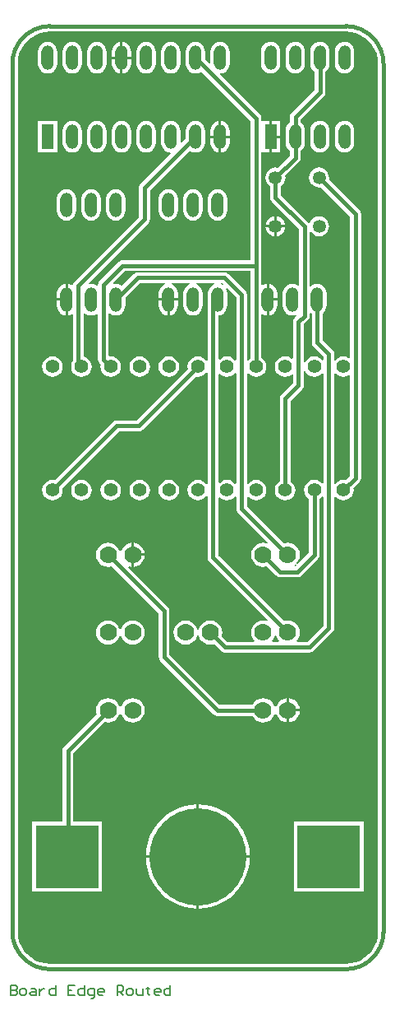
<source format=gbl>
%FSLAX25Y25*%
%MOIN*%
G70*
G01*
G75*
G04 Layer_Physical_Order=2*
G04 Layer_Color=16711680*
%ADD10C,0.06000*%
%ADD11C,0.01575*%
%ADD12C,0.00787*%
%ADD13C,0.05315*%
%ADD14C,0.05512*%
%ADD15O,0.05000X0.10000*%
%ADD16R,0.05000X0.10000*%
%ADD17C,0.07000*%
%ADD18R,0.25590X0.25590*%
%ADD19C,0.39370*%
G36*
X138213Y380326D02*
X140217Y379844D01*
X142122Y379056D01*
X143879Y377978D01*
X145447Y376640D01*
X146785Y375072D01*
X147863Y373315D01*
X148651Y371410D01*
X149133Y369406D01*
X149285Y367469D01*
X149261Y367351D01*
X149261Y16034D01*
X149281Y15933D01*
X149133Y14044D01*
X148651Y12039D01*
X147863Y10135D01*
X146785Y8377D01*
X145447Y6810D01*
X143879Y5471D01*
X142122Y4394D01*
X140217Y3605D01*
X138213Y3124D01*
X136276Y2972D01*
X136158Y2995D01*
X16077Y2995D01*
X15965Y2973D01*
X14044Y3124D01*
X12039Y3605D01*
X10135Y4394D01*
X8377Y5471D01*
X6810Y6810D01*
X5471Y8377D01*
X4394Y10135D01*
X3605Y12039D01*
X3124Y14044D01*
X2975Y15936D01*
X2995Y16037D01*
X2997Y367350D01*
D01*
Y367350D01*
D01*
X2973Y367468D01*
X3126Y369405D01*
X3607Y371409D01*
X4396Y373313D01*
X5473Y375071D01*
X6812Y376639D01*
X8379Y377977D01*
X10137Y379054D01*
X12041Y379843D01*
X14046Y380324D01*
X15982Y380477D01*
X16101Y380453D01*
D01*
X16101D01*
X16101D01*
X136158Y380454D01*
X136276Y380478D01*
X138213Y380326D01*
D02*
G37*
%LPC*%
G36*
X22311Y271441D02*
X18900D01*
Y269441D01*
X19033Y268429D01*
X19424Y267486D01*
X20045Y266676D01*
X20856Y266054D01*
X21799Y265663D01*
X22311Y265596D01*
Y271441D01*
D02*
G37*
G36*
X63650D02*
X60238D01*
Y269441D01*
X60372Y268429D01*
X60763Y267486D01*
X61384Y266676D01*
X62194Y266054D01*
X63138Y265663D01*
X63650Y265596D01*
Y271441D01*
D02*
G37*
G36*
X68061D02*
X64650D01*
Y265596D01*
X65162Y265663D01*
X66106Y266054D01*
X66916Y266676D01*
X67537Y267486D01*
X67928Y268429D01*
X68061Y269441D01*
Y271441D01*
D02*
G37*
G36*
X17063Y248945D02*
X15984Y248803D01*
X14979Y248387D01*
X14115Y247724D01*
X13453Y246861D01*
X13036Y245855D01*
X12894Y244776D01*
X13036Y243697D01*
X13453Y242691D01*
X14115Y241828D01*
X14979Y241165D01*
X15984Y240749D01*
X17063Y240606D01*
X18143Y240749D01*
X19148Y241165D01*
X20012Y241828D01*
X20674Y242691D01*
X21091Y243697D01*
X21233Y244776D01*
X21091Y245855D01*
X20674Y246861D01*
X20012Y247724D01*
X19148Y248387D01*
X18143Y248803D01*
X17063Y248945D01*
D02*
G37*
G36*
X28874Y198945D02*
X27795Y198803D01*
X26790Y198387D01*
X25926Y197724D01*
X25263Y196861D01*
X24847Y195855D01*
X24705Y194776D01*
X24847Y193697D01*
X25263Y192691D01*
X25926Y191828D01*
X26790Y191165D01*
X27795Y190749D01*
X28874Y190606D01*
X29953Y190749D01*
X30959Y191165D01*
X31823Y191828D01*
X32485Y192691D01*
X32902Y193697D01*
X33044Y194776D01*
X32902Y195855D01*
X32485Y196861D01*
X31823Y197724D01*
X30959Y198387D01*
X29953Y198803D01*
X28874Y198945D01*
D02*
G37*
G36*
X52496Y248945D02*
X51417Y248803D01*
X50412Y248387D01*
X49548Y247724D01*
X48886Y246861D01*
X48469Y245855D01*
X48327Y244776D01*
X48469Y243697D01*
X48886Y242691D01*
X49548Y241828D01*
X50412Y241165D01*
X51417Y240748D01*
X52496Y240606D01*
X53576Y240748D01*
X54581Y241165D01*
X55445Y241828D01*
X56107Y242691D01*
X56524Y243697D01*
X56666Y244776D01*
X56524Y245855D01*
X56107Y246861D01*
X55445Y247724D01*
X54581Y248387D01*
X53576Y248803D01*
X52496Y248945D01*
D02*
G37*
G36*
X64307D02*
X63228Y248803D01*
X62223Y248387D01*
X61359Y247724D01*
X60697Y246861D01*
X60280Y245855D01*
X60138Y244776D01*
X60280Y243697D01*
X60697Y242691D01*
X61359Y241828D01*
X62223Y241165D01*
X63228Y240748D01*
X64307Y240606D01*
X65387Y240748D01*
X66392Y241165D01*
X67256Y241828D01*
X67918Y242691D01*
X68335Y243697D01*
X68477Y244776D01*
X68335Y245855D01*
X67918Y246861D01*
X67256Y247724D01*
X66392Y248387D01*
X65387Y248803D01*
X64307Y248945D01*
D02*
G37*
G36*
X108416Y271441D02*
X105004D01*
Y265596D01*
X105517Y265663D01*
X106460Y266054D01*
X107270Y266676D01*
X107892Y267486D01*
X108282Y268429D01*
X108416Y269441D01*
Y271441D01*
D02*
G37*
G36*
X107115Y305670D02*
X106561Y305597D01*
X105579Y305191D01*
X104736Y304544D01*
X104089Y303701D01*
X103683Y302719D01*
X103610Y302166D01*
X107115D01*
Y305670D01*
D02*
G37*
G36*
X108115D02*
Y302166D01*
X111619D01*
X111546Y302719D01*
X111139Y303701D01*
X110493Y304544D01*
X109650Y305191D01*
X108668Y305597D01*
X108115Y305670D01*
D02*
G37*
G36*
X64150Y316739D02*
X63138Y316605D01*
X62194Y316214D01*
X61384Y315593D01*
X60763Y314783D01*
X60372Y313840D01*
X60238Y312827D01*
Y307827D01*
X60372Y306815D01*
X60763Y305871D01*
X61384Y305061D01*
X62194Y304440D01*
X63138Y304049D01*
X64150Y303916D01*
X65162Y304049D01*
X66106Y304440D01*
X66916Y305061D01*
X67537Y305871D01*
X67928Y306815D01*
X68061Y307827D01*
Y312827D01*
X67928Y313840D01*
X67537Y314783D01*
X66916Y315593D01*
X66106Y316214D01*
X65162Y316605D01*
X64150Y316739D01*
D02*
G37*
G36*
X111619Y301166D02*
X108115D01*
Y297661D01*
X108668Y297734D01*
X109650Y298141D01*
X110493Y298788D01*
X111139Y299631D01*
X111546Y300612D01*
X111619Y301166D01*
D02*
G37*
G36*
X22311Y278287D02*
X21799Y278220D01*
X20856Y277829D01*
X20045Y277207D01*
X19424Y276397D01*
X19033Y275454D01*
X18900Y274441D01*
Y272441D01*
X22311D01*
Y278287D01*
D02*
G37*
G36*
X105004D02*
Y272441D01*
X108416D01*
Y274441D01*
X108282Y275454D01*
X107892Y276397D01*
X107270Y277207D01*
X106460Y277829D01*
X105517Y278220D01*
X105004Y278287D01*
D02*
G37*
G36*
X107115Y301166D02*
X103610D01*
X103683Y300612D01*
X104089Y299631D01*
X104736Y298788D01*
X105579Y298141D01*
X106561Y297734D01*
X107115Y297661D01*
Y301166D01*
D02*
G37*
G36*
X76618Y67448D02*
Y46873D01*
X97194D01*
X97046Y49128D01*
X96507Y51836D01*
X95620Y54451D01*
X94399Y56927D01*
X92865Y59223D01*
X91044Y61299D01*
X88968Y63119D01*
X86673Y64653D01*
X84196Y65874D01*
X81582Y66762D01*
X78874Y67301D01*
X76618Y67448D01*
D02*
G37*
G36*
X117469Y105103D02*
X113115D01*
Y100749D01*
X113888Y100850D01*
X115075Y101342D01*
X116094Y102124D01*
X116875Y103143D01*
X117367Y104329D01*
X117469Y105103D01*
D02*
G37*
G36*
X113115Y110457D02*
Y106103D01*
X117469D01*
X117367Y106876D01*
X116875Y108063D01*
X116094Y109082D01*
X115075Y109864D01*
X113888Y110355D01*
X113115Y110457D01*
D02*
G37*
G36*
X75618Y67448D02*
X73363Y67301D01*
X70655Y66762D01*
X68041Y65874D01*
X65564Y64653D01*
X63269Y63119D01*
X61193Y61299D01*
X59372Y59223D01*
X57838Y56927D01*
X56617Y54451D01*
X55730Y51836D01*
X55191Y49128D01*
X55043Y46873D01*
X75618D01*
Y67448D01*
D02*
G37*
G36*
Y45873D02*
X55043D01*
X55191Y43618D01*
X55730Y40910D01*
X56617Y38295D01*
X57838Y35819D01*
X59372Y33523D01*
X61193Y31447D01*
X63269Y29627D01*
X65564Y28093D01*
X68041Y26872D01*
X70655Y25984D01*
X73363Y25445D01*
X75618Y25298D01*
Y45873D01*
D02*
G37*
G36*
X97194D02*
X76618D01*
Y25298D01*
X78874Y25445D01*
X81582Y25984D01*
X84196Y26872D01*
X86673Y28093D01*
X88968Y29627D01*
X91044Y31447D01*
X92865Y33523D01*
X94399Y35819D01*
X95620Y38295D01*
X96507Y40910D01*
X97046Y43618D01*
X97194Y45873D01*
D02*
G37*
G36*
X143441Y60546D02*
X115095D01*
Y32200D01*
X143441D01*
Y60546D01*
D02*
G37*
G36*
X49622Y110523D02*
X48349Y110355D01*
X47162Y109864D01*
X46143Y109082D01*
X45362Y108063D01*
X44872Y106882D01*
X44870D01*
Y106882D01*
D01*
D01*
X44869D01*
X44667D01*
X44260Y107154D01*
X44260Y107152D01*
X43883Y108063D01*
X43101Y109082D01*
X42082Y109864D01*
X40896Y110355D01*
X39622Y110523D01*
X38349Y110355D01*
X37162Y109864D01*
X36143Y109082D01*
X35361Y108063D01*
X34870Y106876D01*
X34702Y105603D01*
X34870Y104329D01*
X34975Y104077D01*
X21760Y90863D01*
X21282Y90147D01*
X21114Y89302D01*
Y60546D01*
X8796D01*
Y32200D01*
X37142D01*
Y60546D01*
X25529D01*
Y88388D01*
X38097Y100955D01*
X38349Y100850D01*
X39622Y100683D01*
X40896Y100850D01*
X42082Y101342D01*
X43101Y102124D01*
X43883Y103143D01*
X44372Y104323D01*
X44375D01*
Y104323D01*
D01*
D01*
X44376D01*
X44870D01*
Y104323D01*
X44872D01*
X45362Y103143D01*
X46143Y102124D01*
X47162Y101342D01*
X48349Y100850D01*
X49622Y100683D01*
X50896Y100850D01*
X52082Y101342D01*
X53101Y102124D01*
X53883Y103143D01*
X54375Y104329D01*
X54542Y105603D01*
X54375Y106876D01*
X53883Y108063D01*
X53101Y109082D01*
X52082Y109864D01*
X50896Y110355D01*
X49622Y110523D01*
D02*
G37*
G36*
X40685Y198945D02*
X39606Y198803D01*
X38601Y198387D01*
X37737Y197724D01*
X37074Y196861D01*
X36658Y195855D01*
X36516Y194776D01*
X36658Y193697D01*
X37074Y192691D01*
X37737Y191828D01*
X38601Y191165D01*
X39606Y190748D01*
X40685Y190606D01*
X41765Y190748D01*
X42770Y191165D01*
X43634Y191828D01*
X44296Y192691D01*
X44713Y193697D01*
X44855Y194776D01*
X44713Y195855D01*
X44296Y196861D01*
X43634Y197724D01*
X42770Y198387D01*
X41765Y198803D01*
X40685Y198945D01*
D02*
G37*
G36*
X52496D02*
X51417Y198803D01*
X50412Y198387D01*
X49548Y197724D01*
X48886Y196861D01*
X48469Y195855D01*
X48327Y194776D01*
X48469Y193697D01*
X48886Y192691D01*
X49548Y191828D01*
X50412Y191165D01*
X51417Y190748D01*
X52496Y190606D01*
X53576Y190748D01*
X54581Y191165D01*
X55445Y191828D01*
X56107Y192691D01*
X56524Y193697D01*
X56666Y194776D01*
X56524Y195855D01*
X56107Y196861D01*
X55445Y197724D01*
X54581Y198387D01*
X53576Y198803D01*
X52496Y198945D01*
D02*
G37*
G36*
X64307D02*
X63228Y198803D01*
X62223Y198387D01*
X61359Y197724D01*
X60697Y196861D01*
X60280Y195855D01*
X60138Y194776D01*
X60280Y193697D01*
X60697Y192691D01*
X61359Y191828D01*
X62223Y191165D01*
X63228Y190748D01*
X64307Y190606D01*
X65387Y190748D01*
X66392Y191165D01*
X67256Y191828D01*
X67918Y192691D01*
X68335Y193697D01*
X68477Y194776D01*
X68335Y195855D01*
X67918Y196861D01*
X67256Y197724D01*
X66392Y198387D01*
X65387Y198803D01*
X64307Y198945D01*
D02*
G37*
G36*
X50122Y173449D02*
Y169095D01*
X54477D01*
X54375Y169868D01*
X53883Y171055D01*
X53101Y172074D01*
X52082Y172856D01*
X50896Y173347D01*
X50122Y173449D01*
D02*
G37*
G36*
X49622Y142019D02*
X48349Y141851D01*
X47162Y141360D01*
X46143Y140578D01*
X45362Y139559D01*
X44872Y138378D01*
X44870D01*
Y138378D01*
D01*
D01*
X44869D01*
X44667D01*
X44260Y138650D01*
X44260Y138648D01*
X43883Y139559D01*
X43101Y140578D01*
X42082Y141360D01*
X40896Y141851D01*
X39622Y142019D01*
X38349Y141851D01*
X37162Y141360D01*
X36143Y140578D01*
X35361Y139559D01*
X34870Y138372D01*
X34702Y137099D01*
X34870Y135825D01*
X35361Y134639D01*
X36143Y133620D01*
X37162Y132838D01*
X38349Y132346D01*
X39622Y132179D01*
X40896Y132346D01*
X42082Y132838D01*
X43101Y133620D01*
X43883Y134639D01*
X44372Y135820D01*
X44375D01*
Y135820D01*
D01*
D01*
X44376D01*
X44870D01*
Y135820D01*
X44872D01*
X45362Y134639D01*
X46143Y133620D01*
X47162Y132838D01*
X48349Y132346D01*
X49622Y132179D01*
X50896Y132346D01*
X52082Y132838D01*
X53101Y133620D01*
X53883Y134639D01*
X54375Y135825D01*
X54542Y137099D01*
X54375Y138372D01*
X53883Y139559D01*
X53101Y140578D01*
X52082Y141360D01*
X50896Y141851D01*
X49622Y142019D01*
D02*
G37*
G36*
X39622Y173515D02*
X38349Y173347D01*
X37162Y172856D01*
X36143Y172074D01*
X35361Y171055D01*
X34870Y169868D01*
X34702Y168595D01*
X34870Y167321D01*
X35361Y166135D01*
X36143Y165116D01*
X37162Y164334D01*
X38349Y163842D01*
X39622Y163675D01*
X40896Y163842D01*
X41148Y163947D01*
X60131Y144964D01*
Y127256D01*
X60299Y126411D01*
X60778Y125695D01*
X60778Y125695D01*
X60778Y125695D01*
X82431Y104042D01*
X83148Y103563D01*
X83992Y103395D01*
X98249D01*
X98354Y103143D01*
X99136Y102124D01*
X100154Y101342D01*
X101341Y100850D01*
X102614Y100683D01*
X103888Y100850D01*
X105075Y101342D01*
X106094Y102124D01*
X106875Y103143D01*
X107364Y104323D01*
X107367D01*
Y104323D01*
D01*
D01*
X107368D01*
X107862D01*
Y104323D01*
X107864D01*
X108354Y103143D01*
X109135Y102124D01*
X110154Y101342D01*
X111341Y100850D01*
X112115Y100749D01*
Y105602D01*
Y110457D01*
X111341Y110355D01*
X110154Y109864D01*
X109135Y109082D01*
X108354Y108063D01*
X107864Y106882D01*
X107862D01*
Y106882D01*
D01*
D01*
X107861D01*
X107659D01*
X107252Y107154D01*
X107253Y107152D01*
X106875Y108063D01*
X106094Y109082D01*
X105075Y109864D01*
X103888Y110355D01*
X102614Y110523D01*
X101341Y110355D01*
X100154Y109864D01*
X99136Y109082D01*
X98354Y108063D01*
X98249Y107810D01*
X84907D01*
X64547Y128171D01*
Y145878D01*
X64379Y146723D01*
X63900Y147439D01*
X47801Y163539D01*
X48079Y163954D01*
X48349Y163842D01*
X49122Y163741D01*
Y168594D01*
Y173449D01*
X48349Y173347D01*
X47162Y172856D01*
X46143Y172074D01*
X45362Y171055D01*
X44872Y169874D01*
X44870D01*
Y169874D01*
D01*
D01*
X44869D01*
X44667D01*
X44260Y170146D01*
X44260Y170144D01*
X43883Y171055D01*
X43101Y172074D01*
X42082Y172856D01*
X40896Y173347D01*
X39622Y173515D01*
D02*
G37*
G36*
X54477Y168095D02*
X50122D01*
Y163741D01*
X50896Y163842D01*
X52082Y164334D01*
X53101Y165116D01*
X53883Y166135D01*
X54375Y167321D01*
X54477Y168095D01*
D02*
G37*
G36*
X74150Y316739D02*
X73137Y316605D01*
X72194Y316214D01*
X71384Y315593D01*
X70762Y314783D01*
X70372Y313840D01*
X70238Y312827D01*
Y307827D01*
X70372Y306815D01*
X70762Y305871D01*
X71384Y305061D01*
X72194Y304440D01*
X73137Y304049D01*
X74150Y303916D01*
X75162Y304049D01*
X76105Y304440D01*
X76916Y305061D01*
X77537Y305871D01*
X77928Y306815D01*
X78061Y307827D01*
Y312827D01*
X77928Y313840D01*
X77537Y314783D01*
X76916Y315593D01*
X76105Y316214D01*
X75162Y316605D01*
X74150Y316739D01*
D02*
G37*
G36*
X115646Y376298D02*
X114634Y376165D01*
X113690Y375774D01*
X112880Y375152D01*
X112259Y374342D01*
X111868Y373399D01*
X111735Y372386D01*
Y367386D01*
X111868Y366374D01*
X112259Y365431D01*
X112880Y364621D01*
X113690Y363999D01*
X114634Y363608D01*
X115646Y363475D01*
X116658Y363608D01*
X117602Y363999D01*
X118412Y364621D01*
X119033Y365431D01*
X119424Y366374D01*
X119557Y367386D01*
Y372386D01*
X119424Y373399D01*
X119033Y374342D01*
X118412Y375152D01*
X117602Y375774D01*
X116658Y376165D01*
X115646Y376298D01*
D02*
G37*
G36*
X89006Y337386D02*
X85595D01*
Y331541D01*
X86107Y331608D01*
X87050Y331999D01*
X87861Y332620D01*
X88482Y333431D01*
X88873Y334374D01*
X89006Y335386D01*
Y337386D01*
D02*
G37*
G36*
X84595Y344232D02*
X84082Y344164D01*
X83139Y343774D01*
X82329Y343152D01*
X81707Y342342D01*
X81317Y341399D01*
X81183Y340386D01*
Y338386D01*
X84595D01*
Y344232D01*
D02*
G37*
G36*
Y337386D02*
X81183D01*
Y335386D01*
X81317Y334374D01*
X81707Y333431D01*
X82329Y332620D01*
X83139Y331999D01*
X84082Y331608D01*
X84595Y331541D01*
Y337386D01*
D02*
G37*
G36*
X18973Y344264D02*
X11217D01*
Y331508D01*
X18973D01*
Y344264D01*
D02*
G37*
G36*
X135646Y376298D02*
X134634Y376165D01*
X133690Y375774D01*
X132880Y375152D01*
X132259Y374342D01*
X131868Y373399D01*
X131735Y372386D01*
Y367386D01*
X131868Y366374D01*
X132259Y365431D01*
X132880Y364621D01*
X133690Y363999D01*
X134634Y363608D01*
X135646Y363475D01*
X136658Y363608D01*
X137602Y363999D01*
X138412Y364621D01*
X139033Y365431D01*
X139424Y366374D01*
X139558Y367386D01*
Y372386D01*
X139424Y373399D01*
X139033Y374342D01*
X138412Y375152D01*
X137602Y375774D01*
X136658Y376165D01*
X135646Y376298D01*
D02*
G37*
G36*
X109524Y337386D02*
X106146D01*
Y331508D01*
X109524D01*
Y337386D01*
D02*
G37*
G36*
X85595Y344232D02*
Y338386D01*
X89006D01*
Y340386D01*
X88873Y341399D01*
X88482Y342342D01*
X87861Y343152D01*
X87050Y343774D01*
X86107Y344164D01*
X85595Y344232D01*
D02*
G37*
G36*
X25095Y376298D02*
X24082Y376164D01*
X23139Y375774D01*
X22329Y375152D01*
X21707Y374342D01*
X21317Y373398D01*
X21183Y372386D01*
Y367386D01*
X21317Y366374D01*
X21707Y365430D01*
X22329Y364620D01*
X23139Y363999D01*
X24082Y363608D01*
X25095Y363475D01*
X26107Y363608D01*
X27051Y363999D01*
X27861Y364620D01*
X28482Y365430D01*
X28873Y366374D01*
X29006Y367386D01*
Y372386D01*
X28873Y373398D01*
X28482Y374342D01*
X27861Y375152D01*
X27051Y375774D01*
X26107Y376164D01*
X25095Y376298D01*
D02*
G37*
G36*
X35095D02*
X34082Y376164D01*
X33139Y375774D01*
X32329Y375152D01*
X31707Y374342D01*
X31317Y373398D01*
X31183Y372386D01*
Y367386D01*
X31317Y366374D01*
X31707Y365430D01*
X32329Y364620D01*
X33139Y363999D01*
X34082Y363608D01*
X35095Y363475D01*
X36107Y363608D01*
X37051Y363999D01*
X37861Y364620D01*
X38482Y365430D01*
X38873Y366374D01*
X39006Y367386D01*
Y372386D01*
X38873Y373398D01*
X38482Y374342D01*
X37861Y375152D01*
X37051Y375774D01*
X36107Y376164D01*
X35095Y376298D01*
D02*
G37*
G36*
X55095D02*
X54082Y376164D01*
X53139Y375774D01*
X52329Y375152D01*
X51707Y374342D01*
X51317Y373398D01*
X51183Y372386D01*
Y367386D01*
X51317Y366374D01*
X51707Y365430D01*
X52329Y364620D01*
X53139Y363999D01*
X54082Y363608D01*
X55095Y363475D01*
X56107Y363608D01*
X57051Y363999D01*
X57861Y364620D01*
X58482Y365430D01*
X58873Y366374D01*
X59006Y367386D01*
Y372386D01*
X58873Y373398D01*
X58482Y374342D01*
X57861Y375152D01*
X57051Y375774D01*
X56107Y376164D01*
X55095Y376298D01*
D02*
G37*
G36*
X65095D02*
X64082Y376164D01*
X63139Y375774D01*
X62329Y375152D01*
X61707Y374342D01*
X61317Y373398D01*
X61183Y372386D01*
Y367386D01*
X61317Y366374D01*
X61707Y365430D01*
X62329Y364620D01*
X63139Y363999D01*
X64082Y363608D01*
X65095Y363475D01*
X66107Y363608D01*
X67050Y363999D01*
X67861Y364620D01*
X68482Y365430D01*
X68873Y366374D01*
X69006Y367386D01*
Y372386D01*
X68873Y373398D01*
X68482Y374342D01*
X67861Y375152D01*
X67050Y375774D01*
X66107Y376164D01*
X65095Y376298D01*
D02*
G37*
G36*
X109524Y344264D02*
X106146D01*
Y338386D01*
X109524D01*
Y344264D01*
D02*
G37*
G36*
X105646Y376298D02*
X104634Y376165D01*
X103690Y375774D01*
X102880Y375152D01*
X102259Y374342D01*
X101868Y373399D01*
X101735Y372386D01*
Y367386D01*
X101868Y366374D01*
X102259Y365431D01*
X102880Y364621D01*
X103690Y363999D01*
X104634Y363608D01*
X105646Y363475D01*
X106658Y363608D01*
X107602Y363999D01*
X108412Y364621D01*
X109033Y365431D01*
X109424Y366374D01*
X109557Y367386D01*
Y372386D01*
X109424Y373399D01*
X109033Y374342D01*
X108412Y375152D01*
X107602Y375774D01*
X106658Y376165D01*
X105646Y376298D01*
D02*
G37*
G36*
X15095Y376298D02*
X14082Y376164D01*
X13139Y375774D01*
X12329Y375152D01*
X11707Y374342D01*
X11317Y373398D01*
X11183Y372386D01*
Y367386D01*
X11317Y366374D01*
X11707Y365430D01*
X12329Y364620D01*
X13139Y363999D01*
X14082Y363608D01*
X15095Y363475D01*
X16107Y363608D01*
X17051Y363999D01*
X17861Y364620D01*
X18482Y365430D01*
X18873Y366374D01*
X19006Y367386D01*
Y372386D01*
X18873Y373398D01*
X18482Y374342D01*
X17861Y375152D01*
X17051Y375774D01*
X16107Y376164D01*
X15095Y376298D01*
D02*
G37*
G36*
X125646Y376298D02*
X124634Y376165D01*
X123690Y375774D01*
X122880Y375152D01*
X122259Y374342D01*
X121868Y373399D01*
X121735Y372386D01*
Y367386D01*
X121868Y366374D01*
X122259Y365431D01*
X122880Y364621D01*
X123438Y364192D01*
Y356832D01*
X114085Y347479D01*
X113606Y346763D01*
X113438Y345918D01*
Y343580D01*
X112880Y343152D01*
X112259Y342342D01*
X111868Y341399D01*
X111735Y340386D01*
Y335386D01*
X111868Y334374D01*
X112259Y333431D01*
X112880Y332621D01*
X113438Y332192D01*
Y330297D01*
X108452Y325311D01*
X107615Y325421D01*
X106561Y325282D01*
X105579Y324876D01*
X104736Y324229D01*
X104089Y323386D01*
X103683Y322404D01*
X103544Y321351D01*
X103683Y320297D01*
X104089Y319316D01*
X104736Y318473D01*
X105407Y317958D01*
Y313280D01*
X105575Y312435D01*
X106053Y311719D01*
X106053Y311719D01*
X106053D01*
Y311719D01*
X106053Y311719D01*
X117084Y300689D01*
Y277916D01*
X116635Y277694D01*
X116460Y277829D01*
X115517Y278220D01*
X114504Y278353D01*
X113492Y278220D01*
X112549Y277829D01*
X111739Y277207D01*
X111117Y276397D01*
X110726Y275454D01*
X110593Y274441D01*
Y269441D01*
X110726Y268429D01*
X111117Y267486D01*
X111739Y266676D01*
X112549Y266054D01*
X113492Y265663D01*
X114504Y265530D01*
X115517Y265663D01*
X115974Y265853D01*
X116252Y265437D01*
X115368Y264553D01*
X114889Y263837D01*
X114721Y262992D01*
Y248119D01*
X114273Y247898D01*
X113636Y248387D01*
X112631Y248803D01*
X111551Y248945D01*
X110472Y248803D01*
X109467Y248387D01*
X108603Y247724D01*
X107940Y246861D01*
X107524Y245855D01*
X107382Y244776D01*
X107524Y243697D01*
X107940Y242691D01*
X108603Y241828D01*
X109467Y241165D01*
X110472Y240749D01*
X111551Y240606D01*
X112631Y240749D01*
X113636Y241165D01*
X114273Y241654D01*
X114721Y241432D01*
Y238182D01*
X109990Y233451D01*
X109512Y232735D01*
X109344Y231890D01*
Y198293D01*
X108603Y197724D01*
X107940Y196861D01*
X107524Y195855D01*
X107382Y194776D01*
X107524Y193697D01*
X107940Y192691D01*
X108603Y191828D01*
X109467Y191165D01*
X110472Y190749D01*
X111551Y190606D01*
X112631Y190749D01*
X113636Y191165D01*
X114500Y191828D01*
X115162Y192691D01*
X115579Y193697D01*
X115721Y194776D01*
X115579Y195855D01*
X115162Y196861D01*
X114500Y197724D01*
X113759Y198293D01*
Y230975D01*
X118490Y235706D01*
X118490Y235706D01*
X118490Y235706D01*
X118969Y236423D01*
X119137Y237267D01*
Y242894D01*
X119627Y242991D01*
X119752Y242691D01*
X120414Y241828D01*
X121278Y241165D01*
X122283Y240749D01*
X123363Y240606D01*
X124442Y240749D01*
X125447Y241165D01*
X126311Y241828D01*
X126587Y242187D01*
X127060Y242027D01*
Y197525D01*
X126587Y197365D01*
X126311Y197724D01*
X125447Y198387D01*
X124442Y198803D01*
X123363Y198945D01*
X122283Y198803D01*
X121278Y198387D01*
X120414Y197724D01*
X119752Y196861D01*
X119335Y195855D01*
X119193Y194776D01*
X119335Y193697D01*
X119752Y192691D01*
X120414Y191828D01*
X121155Y191260D01*
Y169509D01*
X116594Y164949D01*
X116218Y165278D01*
Y165278D01*
X116218Y165278D01*
D01*
X116875Y166135D01*
X117367Y167321D01*
X117534Y168595D01*
X117367Y169868D01*
X116875Y171055D01*
X116094Y172074D01*
X115075Y172856D01*
X113888Y173347D01*
X112615Y173515D01*
X111341Y173347D01*
X111089Y173243D01*
X96043Y188289D01*
Y192027D01*
X96516Y192187D01*
X96792Y191828D01*
X97656Y191165D01*
X98661Y190749D01*
X99740Y190606D01*
X100820Y190749D01*
X101825Y191165D01*
X102689Y191828D01*
X103351Y192691D01*
X103768Y193697D01*
X103910Y194776D01*
X103768Y195855D01*
X103351Y196861D01*
X102689Y197724D01*
X101825Y198387D01*
X100820Y198803D01*
X99740Y198945D01*
X98661Y198803D01*
X97656Y198387D01*
X96792Y197724D01*
X96516Y197364D01*
X96043Y197525D01*
Y242027D01*
X96516Y242187D01*
X96792Y241828D01*
X97656Y241165D01*
X98661Y240749D01*
X99740Y240606D01*
X100820Y240749D01*
X101825Y241165D01*
X102689Y241828D01*
X103351Y242691D01*
X103768Y243697D01*
X103910Y244776D01*
X103768Y245855D01*
X103351Y246861D01*
X102689Y247724D01*
X101948Y248292D01*
Y265949D01*
X102397Y266171D01*
X102549Y266054D01*
X103492Y265663D01*
X104004Y265596D01*
Y271940D01*
Y278287D01*
X103492Y278220D01*
X102549Y277829D01*
X102397Y277712D01*
X101948Y277933D01*
Y331508D01*
X105146D01*
Y337885D01*
Y344264D01*
X101948D01*
Y345240D01*
X101780Y346085D01*
X101302Y346802D01*
X84941Y363162D01*
X85095Y363475D01*
X86107Y363608D01*
X87050Y363999D01*
X87861Y364620D01*
X88482Y365430D01*
X88873Y366374D01*
X89006Y367386D01*
Y372386D01*
X88873Y373398D01*
X88482Y374342D01*
X87861Y375152D01*
X87050Y375774D01*
X86107Y376164D01*
X85095Y376298D01*
X84082Y376164D01*
X83139Y375774D01*
X82329Y375152D01*
X81707Y374342D01*
X81317Y373398D01*
X81183Y372386D01*
Y367573D01*
X80721Y367382D01*
X79006Y369097D01*
Y372386D01*
X78873Y373398D01*
X78482Y374342D01*
X77861Y375152D01*
X77051Y375774D01*
X76107Y376164D01*
X75095Y376298D01*
X74082Y376164D01*
X73139Y375774D01*
X72329Y375152D01*
X71707Y374342D01*
X71317Y373398D01*
X71183Y372386D01*
Y367386D01*
X71317Y366374D01*
X71707Y365430D01*
X72329Y364620D01*
X73139Y363999D01*
X74082Y363608D01*
X75095Y363475D01*
X76107Y363608D01*
X77051Y363999D01*
X77508Y364350D01*
X97533Y344326D01*
Y287929D01*
X45563D01*
X44718Y287760D01*
X44002Y287282D01*
X36171Y279451D01*
X35693Y278735D01*
X35525Y277890D01*
Y277813D01*
X35076Y277591D01*
X34767Y277829D01*
X33824Y278220D01*
X32811Y278353D01*
X32044Y278252D01*
X31822Y278700D01*
X56026Y302904D01*
X56026Y302904D01*
X56026Y302904D01*
X56505Y303620D01*
X56673Y304465D01*
Y316342D01*
X72681Y332350D01*
X73139Y331999D01*
X74082Y331608D01*
X75095Y331475D01*
X76107Y331608D01*
X77051Y331999D01*
X77861Y332620D01*
X78482Y333431D01*
X78873Y334374D01*
X79006Y335386D01*
Y340386D01*
X78873Y341399D01*
X78482Y342342D01*
X77861Y343152D01*
X77051Y343774D01*
X76107Y344164D01*
X75095Y344298D01*
X74082Y344164D01*
X73139Y343774D01*
X72329Y343152D01*
X71707Y342342D01*
X71317Y341399D01*
X71183Y340386D01*
Y337097D01*
X69468Y335382D01*
X69006Y335573D01*
Y340386D01*
X68873Y341399D01*
X68482Y342342D01*
X67861Y343152D01*
X67050Y343774D01*
X66107Y344164D01*
X65095Y344298D01*
X64082Y344164D01*
X63139Y343774D01*
X62329Y343152D01*
X61707Y342342D01*
X61317Y341399D01*
X61183Y340386D01*
Y335386D01*
X61317Y334374D01*
X61707Y333431D01*
X62329Y332620D01*
X63139Y331999D01*
X64082Y331608D01*
X64947Y331494D01*
X65107Y331021D01*
X52904Y318817D01*
X52425Y318101D01*
X52257Y317256D01*
Y305379D01*
X25998Y279120D01*
X25519Y278404D01*
X25413Y277868D01*
X24945Y277692D01*
X24767Y277829D01*
X23824Y278220D01*
X23311Y278287D01*
Y271940D01*
Y265596D01*
X23824Y265663D01*
X24767Y266054D01*
X24903Y266158D01*
X25351Y265937D01*
Y246975D01*
X25263Y246861D01*
X24847Y245855D01*
X24705Y244776D01*
X24847Y243697D01*
X25263Y242691D01*
X25926Y241828D01*
X26790Y241165D01*
X27795Y240749D01*
X28874Y240606D01*
X29953Y240749D01*
X30959Y241165D01*
X31823Y241828D01*
X32485Y242691D01*
X32902Y243697D01*
X33044Y244776D01*
X32902Y245855D01*
X32485Y246861D01*
X31823Y247724D01*
X30959Y248387D01*
X29953Y248803D01*
X29767Y248828D01*
Y266324D01*
X30215Y266545D01*
X30856Y266054D01*
X31799Y265663D01*
X32811Y265530D01*
X33824Y265663D01*
X34767Y266054D01*
X35076Y266291D01*
X35525Y266070D01*
Y247729D01*
X35693Y246884D01*
X36171Y246167D01*
X36638Y245701D01*
X36516Y244776D01*
X36658Y243697D01*
X37074Y242691D01*
X37737Y241828D01*
X38601Y241165D01*
X39606Y240748D01*
X40685Y240606D01*
X41765Y240748D01*
X42770Y241165D01*
X43634Y241828D01*
X44296Y242691D01*
X44713Y243697D01*
X44855Y244776D01*
X44713Y245855D01*
X44296Y246861D01*
X43634Y247724D01*
X42770Y248387D01*
X41765Y248803D01*
X40685Y248945D01*
X40316Y248897D01*
X39940Y249226D01*
Y266191D01*
X40389Y266412D01*
X40856Y266054D01*
X41799Y265663D01*
X42811Y265530D01*
X43824Y265663D01*
X44767Y266054D01*
X45577Y266676D01*
X46199Y267486D01*
X46589Y268429D01*
X46723Y269441D01*
Y272730D01*
X52584Y278592D01*
X62755D01*
X62852Y278101D01*
X62194Y277829D01*
X61384Y277207D01*
X60763Y276397D01*
X60372Y275454D01*
X60238Y274441D01*
Y272441D01*
X68061D01*
Y274441D01*
X67928Y275454D01*
X67537Y276397D01*
X66916Y277207D01*
X66106Y277829D01*
X65447Y278101D01*
X65545Y278592D01*
X72755D01*
X72852Y278101D01*
X72194Y277829D01*
X71384Y277207D01*
X70762Y276397D01*
X70372Y275454D01*
X70239Y274441D01*
Y269441D01*
X70372Y268429D01*
X70762Y267486D01*
X71384Y266676D01*
X72194Y266054D01*
X73137Y265663D01*
X74150Y265530D01*
X75162Y265663D01*
X76106Y266054D01*
X76916Y266676D01*
X77537Y267486D01*
X77928Y268429D01*
X78061Y269441D01*
Y274441D01*
X77928Y275454D01*
X77537Y276397D01*
X76916Y277207D01*
X76106Y277829D01*
X75447Y278101D01*
X75545Y278592D01*
X82755D01*
X82852Y278101D01*
X82194Y277829D01*
X81384Y277207D01*
X80762Y276397D01*
X80372Y275454D01*
X80238Y274441D01*
Y270893D01*
X80076Y270075D01*
Y247187D01*
X79602Y247026D01*
X79067Y247724D01*
X78203Y248387D01*
X77197Y248803D01*
X76118Y248945D01*
X75039Y248803D01*
X74034Y248387D01*
X73170Y247724D01*
X72508Y246861D01*
X72091Y245855D01*
X71949Y244776D01*
X72071Y243850D01*
X51188Y222968D01*
X43048D01*
X42203Y222800D01*
X41486Y222321D01*
X17989Y198824D01*
X17063Y198945D01*
X15984Y198803D01*
X14979Y198387D01*
X14115Y197724D01*
X13453Y196861D01*
X13036Y195855D01*
X12894Y194776D01*
X13036Y193697D01*
X13453Y192691D01*
X14115Y191828D01*
X14979Y191165D01*
X15984Y190749D01*
X17063Y190606D01*
X18143Y190749D01*
X19148Y191165D01*
X20012Y191828D01*
X20674Y192691D01*
X21091Y193697D01*
X21233Y194776D01*
X21111Y195701D01*
X43962Y218552D01*
X52103D01*
X52947Y218721D01*
X53664Y219199D01*
X53664Y219199D01*
X53664Y219199D01*
X75193Y240728D01*
X76118Y240606D01*
X77197Y240748D01*
X78203Y241165D01*
X79067Y241828D01*
X79602Y242526D01*
X80076Y242365D01*
Y197187D01*
X79602Y197026D01*
X79067Y197724D01*
X78203Y198387D01*
X77197Y198803D01*
X76118Y198945D01*
X75039Y198803D01*
X74034Y198387D01*
X73170Y197724D01*
X72508Y196861D01*
X72091Y195855D01*
X71949Y194776D01*
X72091Y193697D01*
X72508Y192691D01*
X73170Y191828D01*
X74034Y191165D01*
X75039Y190748D01*
X76118Y190606D01*
X77197Y190748D01*
X78203Y191165D01*
X79067Y191828D01*
X79602Y192525D01*
X80076Y192365D01*
Y167430D01*
X80244Y166585D01*
X80722Y165869D01*
X80722Y165869D01*
X80722Y165869D01*
X104436Y142155D01*
X104158Y141739D01*
X103888Y141851D01*
X102614Y142019D01*
X101341Y141851D01*
X100154Y141360D01*
X99136Y140578D01*
X98354Y139559D01*
X97862Y138372D01*
X97694Y137099D01*
X97862Y135825D01*
X98354Y134639D01*
X98959Y133850D01*
X98738Y133401D01*
X87938D01*
X85766Y135573D01*
X85871Y135825D01*
X86039Y137099D01*
X85871Y138372D01*
X85379Y139559D01*
X84597Y140578D01*
X83578Y141360D01*
X82392Y141851D01*
X81118Y142019D01*
X79845Y141851D01*
X78658Y141360D01*
X77639Y140578D01*
X76858Y139559D01*
X76368Y138378D01*
X76366D01*
Y138378D01*
D01*
D01*
X76365D01*
X76163D01*
X75756Y138650D01*
X75756Y138648D01*
X75379Y139559D01*
X74597Y140578D01*
X73578Y141360D01*
X72392Y141851D01*
X71118Y142019D01*
X69845Y141851D01*
X68658Y141360D01*
X67639Y140578D01*
X66857Y139559D01*
X66366Y138372D01*
X66198Y137099D01*
X66366Y135825D01*
X66857Y134639D01*
X67639Y133620D01*
X68658Y132838D01*
X69845Y132346D01*
X71118Y132179D01*
X72392Y132346D01*
X73578Y132838D01*
X74597Y133620D01*
X75379Y134639D01*
X75868Y135820D01*
X75871D01*
Y135820D01*
D01*
D01*
X75872D01*
X76366D01*
Y135820D01*
X76368D01*
X76858Y134639D01*
X77639Y133620D01*
X78658Y132838D01*
X79845Y132346D01*
X81118Y132179D01*
X82392Y132346D01*
X82644Y132451D01*
X85463Y129632D01*
X86179Y129154D01*
X87024Y128986D01*
X121394D01*
X122239Y129154D01*
X122955Y129632D01*
X122955Y129632D01*
X122955Y129632D01*
X130829Y137506D01*
X130829Y137506D01*
X130829Y137506D01*
X131308Y138222D01*
X131476Y139067D01*
Y192027D01*
X131949Y192187D01*
X132225Y191828D01*
X133089Y191165D01*
X134095Y190748D01*
X135174Y190606D01*
X136253Y190748D01*
X137258Y191165D01*
X138122Y191828D01*
X138785Y192691D01*
X139201Y193697D01*
X139343Y194776D01*
X139221Y195701D01*
X141656Y198136D01*
X142134Y198852D01*
X142303Y199697D01*
Y306587D01*
X142134Y307432D01*
X141656Y308148D01*
X129291Y320513D01*
X129401Y321351D01*
X129263Y322404D01*
X128856Y323386D01*
X128209Y324229D01*
X127366Y324876D01*
X126384Y325282D01*
X125331Y325421D01*
X124278Y325282D01*
X123296Y324876D01*
X122453Y324229D01*
X121806Y323386D01*
X121399Y322404D01*
X121261Y321351D01*
X121399Y320297D01*
X121806Y319316D01*
X122453Y318473D01*
X123296Y317826D01*
X124278Y317419D01*
X125331Y317281D01*
X126169Y317391D01*
X137887Y305673D01*
Y248470D01*
X137439Y248249D01*
X137258Y248387D01*
X136253Y248803D01*
X135174Y248945D01*
X134095Y248803D01*
X133089Y248387D01*
X132225Y247724D01*
X131949Y247364D01*
X131476Y247525D01*
Y249866D01*
X131308Y250711D01*
X130829Y251427D01*
X126712Y255544D01*
Y266247D01*
X127270Y266676D01*
X127892Y267486D01*
X128282Y268429D01*
X128416Y269441D01*
Y274441D01*
X128282Y275454D01*
X127892Y276397D01*
X127270Y277207D01*
X126460Y277829D01*
X125517Y278220D01*
X124504Y278353D01*
X123492Y278220D01*
X122549Y277829D01*
X121948Y277368D01*
X121499Y277589D01*
Y299253D01*
X121973Y299414D01*
X122453Y298788D01*
X123296Y298141D01*
X124278Y297734D01*
X125331Y297596D01*
X126384Y297734D01*
X127366Y298141D01*
X128209Y298788D01*
X128856Y299631D01*
X129263Y300612D01*
X129401Y301666D01*
X129263Y302719D01*
X128856Y303701D01*
X128209Y304544D01*
X127366Y305191D01*
X126384Y305597D01*
X125331Y305736D01*
X124278Y305597D01*
X123296Y305191D01*
X122453Y304544D01*
X121806Y303701D01*
X121507Y302978D01*
X121009Y302929D01*
X120852Y303164D01*
X109822Y314194D01*
Y317958D01*
X110493Y318473D01*
X111139Y319316D01*
X111546Y320297D01*
X111685Y321351D01*
X111574Y322188D01*
X117207Y327821D01*
X117207Y327821D01*
X117207Y327821D01*
X117686Y328538D01*
X117854Y329382D01*
Y332192D01*
X118412Y332621D01*
X119033Y333431D01*
X119424Y334374D01*
X119557Y335386D01*
Y340386D01*
X119424Y341399D01*
X119033Y342342D01*
X118412Y343152D01*
X117854Y343580D01*
Y345003D01*
X127207Y354357D01*
X127686Y355073D01*
X127854Y355918D01*
X127854Y355918D01*
X127854Y355918D01*
Y355918D01*
Y364192D01*
X128412Y364621D01*
X129033Y365431D01*
X129424Y366374D01*
X129558Y367386D01*
Y372386D01*
X129424Y373399D01*
X129033Y374342D01*
X128412Y375152D01*
X127602Y375774D01*
X126658Y376165D01*
X125646Y376298D01*
D02*
G37*
G36*
X45595Y376232D02*
Y370386D01*
X49006D01*
Y372386D01*
X48873Y373398D01*
X48482Y374342D01*
X47861Y375152D01*
X47050Y375774D01*
X46107Y376164D01*
X45595Y376232D01*
D02*
G37*
G36*
X25095Y344298D02*
X24082Y344164D01*
X23139Y343774D01*
X22329Y343152D01*
X21707Y342342D01*
X21317Y341399D01*
X21183Y340386D01*
Y335386D01*
X21317Y334374D01*
X21707Y333431D01*
X22329Y332620D01*
X23139Y331999D01*
X24082Y331608D01*
X25095Y331475D01*
X26107Y331608D01*
X27051Y331999D01*
X27861Y332620D01*
X28482Y333431D01*
X28873Y334374D01*
X29006Y335386D01*
Y340386D01*
X28873Y341399D01*
X28482Y342342D01*
X27861Y343152D01*
X27051Y343774D01*
X26107Y344164D01*
X25095Y344298D01*
D02*
G37*
G36*
X42811Y316739D02*
X41799Y316605D01*
X40856Y316215D01*
X40045Y315593D01*
X39424Y314783D01*
X39033Y313840D01*
X38900Y312827D01*
Y307827D01*
X39033Y306815D01*
X39424Y305872D01*
X40045Y305062D01*
X40856Y304440D01*
X41799Y304049D01*
X42811Y303916D01*
X43824Y304049D01*
X44767Y304440D01*
X45577Y305062D01*
X46199Y305872D01*
X46589Y306815D01*
X46723Y307827D01*
Y312827D01*
X46589Y313840D01*
X46199Y314783D01*
X45577Y315593D01*
X44767Y316215D01*
X43824Y316605D01*
X42811Y316739D01*
D02*
G37*
G36*
X84150Y316739D02*
X83138Y316605D01*
X82194Y316214D01*
X81384Y315593D01*
X80762Y314783D01*
X80372Y313840D01*
X80238Y312827D01*
Y307827D01*
X80372Y306815D01*
X80762Y305871D01*
X81384Y305061D01*
X82194Y304440D01*
X83138Y304049D01*
X84150Y303916D01*
X85162Y304049D01*
X86106Y304440D01*
X86916Y305061D01*
X87537Y305871D01*
X87928Y306815D01*
X88061Y307827D01*
Y312827D01*
X87928Y313840D01*
X87537Y314783D01*
X86916Y315593D01*
X86106Y316214D01*
X85162Y316605D01*
X84150Y316739D01*
D02*
G37*
G36*
X22811Y316739D02*
X21799Y316605D01*
X20856Y316215D01*
X20045Y315593D01*
X19424Y314783D01*
X19033Y313840D01*
X18900Y312827D01*
Y307827D01*
X19033Y306815D01*
X19424Y305872D01*
X20045Y305062D01*
X20856Y304440D01*
X21799Y304049D01*
X22811Y303916D01*
X23824Y304049D01*
X24767Y304440D01*
X25577Y305062D01*
X26199Y305872D01*
X26589Y306815D01*
X26723Y307827D01*
Y312827D01*
X26589Y313840D01*
X26199Y314783D01*
X25577Y315593D01*
X24767Y316215D01*
X23824Y316605D01*
X22811Y316739D01*
D02*
G37*
G36*
X32811D02*
X31799Y316605D01*
X30856Y316215D01*
X30046Y315593D01*
X29424Y314783D01*
X29033Y313840D01*
X28900Y312827D01*
Y307827D01*
X29033Y306815D01*
X29424Y305872D01*
X30046Y305062D01*
X30856Y304440D01*
X31799Y304049D01*
X32811Y303916D01*
X33824Y304049D01*
X34767Y304440D01*
X35577Y305062D01*
X36199Y305872D01*
X36589Y306815D01*
X36723Y307827D01*
Y312827D01*
X36589Y313840D01*
X36199Y314783D01*
X35577Y315593D01*
X34767Y316215D01*
X33824Y316605D01*
X32811Y316739D01*
D02*
G37*
G36*
X35095Y344298D02*
X34082Y344164D01*
X33139Y343774D01*
X32329Y343152D01*
X31707Y342342D01*
X31317Y341399D01*
X31183Y340386D01*
Y335386D01*
X31317Y334374D01*
X31707Y333431D01*
X32329Y332620D01*
X33139Y331999D01*
X34082Y331608D01*
X35095Y331475D01*
X36107Y331608D01*
X37051Y331999D01*
X37861Y332620D01*
X38482Y333431D01*
X38873Y334374D01*
X39006Y335386D01*
Y340386D01*
X38873Y341399D01*
X38482Y342342D01*
X37861Y343152D01*
X37051Y343774D01*
X36107Y344164D01*
X35095Y344298D01*
D02*
G37*
G36*
X44595Y376232D02*
X44082Y376164D01*
X43139Y375774D01*
X42329Y375152D01*
X41707Y374342D01*
X41317Y373398D01*
X41183Y372386D01*
Y370386D01*
X44595D01*
Y376232D01*
D02*
G37*
G36*
X49006Y369386D02*
X45595D01*
Y363541D01*
X46107Y363608D01*
X47050Y363999D01*
X47861Y364620D01*
X48482Y365430D01*
X48873Y366374D01*
X49006Y367386D01*
Y369386D01*
D02*
G37*
G36*
X44595D02*
X41183D01*
Y367386D01*
X41317Y366374D01*
X41707Y365430D01*
X42329Y364620D01*
X43139Y363999D01*
X44082Y363608D01*
X44595Y363541D01*
Y369386D01*
D02*
G37*
G36*
X135646Y344298D02*
X134634Y344164D01*
X133690Y343774D01*
X132880Y343152D01*
X132259Y342342D01*
X131868Y341399D01*
X131735Y340386D01*
Y335386D01*
X131868Y334374D01*
X132259Y333431D01*
X132880Y332621D01*
X133690Y331999D01*
X134634Y331608D01*
X135646Y331475D01*
X136658Y331608D01*
X137602Y331999D01*
X138412Y332621D01*
X139033Y333431D01*
X139424Y334374D01*
X139558Y335386D01*
Y340386D01*
X139424Y341399D01*
X139033Y342342D01*
X138412Y343152D01*
X137602Y343774D01*
X136658Y344164D01*
X135646Y344298D01*
D02*
G37*
G36*
X45095Y344298D02*
X44082Y344164D01*
X43139Y343774D01*
X42329Y343152D01*
X41707Y342342D01*
X41317Y341399D01*
X41183Y340386D01*
Y335386D01*
X41317Y334374D01*
X41707Y333431D01*
X42329Y332620D01*
X43139Y331999D01*
X44082Y331608D01*
X45095Y331475D01*
X46107Y331608D01*
X47050Y331999D01*
X47861Y332620D01*
X48482Y333431D01*
X48873Y334374D01*
X49006Y335386D01*
Y340386D01*
X48873Y341399D01*
X48482Y342342D01*
X47861Y343152D01*
X47050Y343774D01*
X46107Y344164D01*
X45095Y344298D01*
D02*
G37*
G36*
X55095D02*
X54082Y344164D01*
X53139Y343774D01*
X52329Y343152D01*
X51707Y342342D01*
X51317Y341399D01*
X51183Y340386D01*
Y335386D01*
X51317Y334374D01*
X51707Y333431D01*
X52329Y332620D01*
X53139Y331999D01*
X54082Y331608D01*
X55095Y331475D01*
X56107Y331608D01*
X57051Y331999D01*
X57861Y332620D01*
X58482Y333431D01*
X58873Y334374D01*
X59006Y335386D01*
Y340386D01*
X58873Y341399D01*
X58482Y342342D01*
X57861Y343152D01*
X57051Y343774D01*
X56107Y344164D01*
X55095Y344298D01*
D02*
G37*
G36*
X125646Y344298D02*
X124634Y344164D01*
X123690Y343774D01*
X122880Y343152D01*
X122259Y342342D01*
X121868Y341399D01*
X121735Y340386D01*
Y335386D01*
X121868Y334374D01*
X122259Y333431D01*
X122880Y332621D01*
X123690Y331999D01*
X124634Y331608D01*
X125646Y331475D01*
X126658Y331608D01*
X127602Y331999D01*
X128412Y332621D01*
X129033Y333431D01*
X129424Y334374D01*
X129558Y335386D01*
Y340386D01*
X129424Y341399D01*
X129033Y342342D01*
X128412Y343152D01*
X127602Y343774D01*
X126658Y344164D01*
X125646Y344298D01*
D02*
G37*
%LPD*%
G36*
X108354Y134639D02*
X108959Y133850D01*
X108738Y133401D01*
X106491D01*
X106270Y133850D01*
X106875Y134639D01*
X107364Y135820D01*
X107864D01*
X108354Y134639D01*
D02*
G37*
G36*
X91627Y272995D02*
Y247525D01*
X91154Y247364D01*
X90878Y247724D01*
X90014Y248387D01*
X89009Y248803D01*
X87929Y248945D01*
X86850Y248803D01*
X85845Y248387D01*
X84981Y247724D01*
X84965Y247703D01*
X84491Y247864D01*
Y265575D01*
X85162Y265663D01*
X86106Y266054D01*
X86916Y266676D01*
X87537Y267486D01*
X87928Y268429D01*
X88061Y269441D01*
Y274441D01*
X87928Y275454D01*
X87541Y276388D01*
X87957Y276666D01*
X91627Y272995D01*
D02*
G37*
G36*
X97533Y248292D02*
X96792Y247724D01*
X96516Y247364D01*
X96043Y247525D01*
Y273910D01*
X96043Y273910D01*
X96043Y273910D01*
Y273910D01*
X96043D01*
X96043Y273910D01*
X95875Y274755D01*
X95396Y275471D01*
X88506Y282361D01*
X87790Y282839D01*
X86945Y283007D01*
X51669D01*
X50824Y282839D01*
X50108Y282361D01*
X45225Y277477D01*
X44767Y277829D01*
X43824Y278220D01*
X42811Y278353D01*
X41862Y278228D01*
X41641Y278676D01*
X46478Y283513D01*
X97533D01*
Y248292D01*
D02*
G37*
G36*
X86374Y278248D02*
X86096Y277833D01*
X85447Y278101D01*
X85545Y278592D01*
X86031D01*
X86374Y278248D01*
D02*
G37*
G36*
X122297Y266214D02*
Y254630D01*
X122465Y253785D01*
X122943Y253068D01*
X127060Y248951D01*
Y247525D01*
X126587Y247365D01*
X126311Y247724D01*
X125447Y248387D01*
X124442Y248803D01*
X123363Y248945D01*
X122283Y248803D01*
X121278Y248387D01*
X120414Y247724D01*
X119752Y246861D01*
X119627Y246561D01*
X119137Y246658D01*
Y262078D01*
X120852Y263793D01*
X121331Y264510D01*
X121499Y265354D01*
Y266294D01*
X121872Y266478D01*
X122297Y266214D01*
D02*
G37*
G36*
X127060Y192027D02*
Y139982D01*
X120480Y133401D01*
X116491D01*
X116270Y133850D01*
X116875Y134639D01*
X117367Y135825D01*
X117534Y137099D01*
X117367Y138372D01*
X116875Y139559D01*
X116094Y140578D01*
X115075Y141360D01*
X113888Y141851D01*
X112615Y142019D01*
X111341Y141851D01*
X111089Y141747D01*
X84491Y168344D01*
Y191688D01*
X84965Y191849D01*
X84981Y191828D01*
X85845Y191165D01*
X86850Y190748D01*
X87929Y190606D01*
X89009Y190748D01*
X90014Y191165D01*
X90878Y191828D01*
X91154Y192187D01*
X91627Y192026D01*
Y187374D01*
X91795Y186529D01*
X92274Y185813D01*
X92274Y185813D01*
X92274Y185813D01*
X104436Y173651D01*
X104158Y173235D01*
X103888Y173347D01*
X102614Y173515D01*
X101341Y173347D01*
X100154Y172856D01*
X99136Y172074D01*
X98354Y171055D01*
X97862Y169868D01*
X97694Y168595D01*
X97862Y167321D01*
X98354Y166135D01*
X99136Y165116D01*
X100154Y164334D01*
X101341Y163842D01*
X102614Y163675D01*
X103888Y163842D01*
X104140Y163947D01*
X107943Y160144D01*
X107943D01*
X107943Y160144D01*
X107943Y160144D01*
Y160144D01*
X108659Y159665D01*
X109504Y159497D01*
X116473D01*
X117318Y159665D01*
X118034Y160144D01*
X118034Y160144D01*
X118034Y160144D01*
X124924Y167034D01*
X125402Y167750D01*
X125570Y168595D01*
X125570Y168595D01*
X125570Y168595D01*
Y168595D01*
Y191260D01*
X126311Y191828D01*
X126587Y192187D01*
X127060Y192027D01*
D02*
G37*
G36*
X116261Y164615D02*
X115703Y164057D01*
X115216Y164171D01*
X115143Y164386D01*
X115931Y164991D01*
X116261Y164615D01*
D02*
G37*
G36*
X91627Y242026D02*
Y197525D01*
X91154Y197364D01*
X90878Y197724D01*
X90014Y198387D01*
X89009Y198803D01*
X87929Y198945D01*
X86850Y198803D01*
X85845Y198387D01*
X84981Y197724D01*
X84965Y197703D01*
X84491Y197863D01*
Y241688D01*
X84965Y241849D01*
X84981Y241828D01*
X85845Y241165D01*
X86850Y240748D01*
X87929Y240606D01*
X89009Y240748D01*
X90014Y241165D01*
X90878Y241828D01*
X91154Y242187D01*
X91627Y242026D01*
D02*
G37*
G36*
X132225Y241828D02*
X133089Y241165D01*
X134095Y240748D01*
X135174Y240606D01*
X136253Y240748D01*
X137258Y241165D01*
X137439Y241303D01*
X137887Y241082D01*
Y200612D01*
X136099Y198824D01*
X135174Y198945D01*
X134095Y198803D01*
X133089Y198387D01*
X132225Y197724D01*
X131949Y197364D01*
X131476Y197525D01*
Y242027D01*
X131949Y242187D01*
X132225Y241828D01*
D02*
G37*
D11*
X116929Y237267D02*
Y262992D01*
X111551Y231890D02*
X116929Y237267D01*
Y262992D02*
X119291Y265354D01*
X129268Y139067D02*
Y249866D01*
X121394Y131193D02*
X129268Y139067D01*
X124504Y254630D02*
X129268Y249866D01*
X140095Y199697D02*
Y306587D01*
X135174Y194776D02*
X140095Y199697D01*
X125331Y321351D02*
X140095Y306587D01*
X124504Y254630D02*
Y271941D01*
X116473Y161705D02*
X123363Y168595D01*
X109504Y161705D02*
X116473D01*
X123363Y168595D02*
Y194776D01*
X17063D02*
X43048Y220760D01*
X52103D01*
X76118Y244776D01*
X87024Y131193D02*
X121394D01*
X81118Y137099D02*
X87024Y131193D01*
X42811Y271941D02*
X51669Y280800D01*
X86945D01*
X93835Y273910D01*
X39622Y168595D02*
X62339Y145878D01*
Y127256D02*
Y145878D01*
Y127256D02*
X83992Y105603D01*
X102614D01*
Y168595D02*
X109504Y161705D01*
X54465Y317256D02*
X75095Y337886D01*
X115646Y329382D02*
Y337886D01*
X107615Y321351D02*
X115646Y329382D01*
Y337886D02*
Y345918D01*
X125646Y355918D01*
Y369886D01*
X37733Y247729D02*
X40685Y244776D01*
X107615Y313280D02*
Y321351D01*
X99740Y244776D02*
Y345240D01*
X75095Y369886D02*
X99740Y345240D01*
X27559Y246091D02*
X28874Y244776D01*
X82284Y167430D02*
X112615Y137099D01*
X82284Y167430D02*
Y270075D01*
X84150Y271941D01*
X23322Y89302D02*
X39622Y105603D01*
X23322Y50588D02*
Y89302D01*
X107615Y313280D02*
X119291Y301603D01*
X111551Y194776D02*
Y231890D01*
X119291Y265354D02*
Y301603D01*
X27559Y246091D02*
Y277559D01*
X54465Y304465D01*
Y317256D01*
X37733Y247729D02*
Y277890D01*
X45563Y285721D01*
X99301D01*
X93835Y187374D02*
Y273910D01*
Y187374D02*
X112615Y168595D01*
X136158Y787D02*
G03*
X151469Y16034I0J15311D01*
G01*
X788Y16037D02*
G03*
X16077Y787I15311J61D01*
G01*
X151469Y367351D02*
G03*
X136158Y382662I-15311J0D01*
G01*
X16101Y382661D02*
G03*
X789Y367350I0J-15311D01*
G01*
X16077Y787D02*
X136158Y787D01*
X788Y16037D02*
X789Y367350D01*
X16101Y382661D02*
X136158Y382662D01*
X151469Y16034D02*
X151469Y367351D01*
D12*
X0Y-5907D02*
Y-9843D01*
X1968D01*
X2624Y-9187D01*
Y-8531D01*
X1968Y-7875D01*
X0D01*
X1968D01*
X2624Y-7219D01*
Y-6563D01*
X1968Y-5907D01*
X0D01*
X4592Y-9843D02*
X5904D01*
X6560Y-9187D01*
Y-7875D01*
X5904Y-7219D01*
X4592D01*
X3936Y-7875D01*
Y-9187D01*
X4592Y-9843D01*
X8527Y-7219D02*
X9839D01*
X10495Y-7875D01*
Y-9843D01*
X8527D01*
X7871Y-9187D01*
X8527Y-8531D01*
X10495D01*
X11807Y-7219D02*
Y-9843D01*
Y-8531D01*
X12463Y-7875D01*
X13119Y-7219D01*
X13775D01*
X18367Y-5907D02*
Y-9843D01*
X16399D01*
X15743Y-9187D01*
Y-7875D01*
X16399Y-7219D01*
X18367D01*
X26238Y-5907D02*
X23614D01*
Y-9843D01*
X26238D01*
X23614Y-7875D02*
X24926D01*
X30174Y-5907D02*
Y-9843D01*
X28206D01*
X27550Y-9187D01*
Y-7875D01*
X28206Y-7219D01*
X30174D01*
X32798Y-11154D02*
X33454D01*
X34110Y-10498D01*
Y-7219D01*
X32142D01*
X31486Y-7875D01*
Y-9187D01*
X32142Y-9843D01*
X34110D01*
X37389D02*
X36078D01*
X35422Y-9187D01*
Y-7875D01*
X36078Y-7219D01*
X37389D01*
X38045Y-7875D01*
Y-8531D01*
X35422D01*
X43293Y-9843D02*
Y-5907D01*
X45261D01*
X45917Y-6563D01*
Y-7875D01*
X45261Y-8531D01*
X43293D01*
X44605D02*
X45917Y-9843D01*
X47885D02*
X49197D01*
X49853Y-9187D01*
Y-7875D01*
X49197Y-7219D01*
X47885D01*
X47229Y-7875D01*
Y-9187D01*
X47885Y-9843D01*
X51165Y-7219D02*
Y-9187D01*
X51821Y-9843D01*
X53788D01*
Y-7219D01*
X55756Y-6563D02*
Y-7219D01*
X55100D01*
X56412D01*
X55756D01*
Y-9187D01*
X56412Y-9843D01*
X60348D02*
X59036D01*
X58380Y-9187D01*
Y-7875D01*
X59036Y-7219D01*
X60348D01*
X61004Y-7875D01*
Y-8531D01*
X58380D01*
X64940Y-5907D02*
Y-9843D01*
X62972D01*
X62316Y-9187D01*
Y-7875D01*
X62972Y-7219D01*
X64940D01*
D13*
X125331Y321351D02*
D03*
Y301666D02*
D03*
X107615Y321351D02*
D03*
Y301666D02*
D03*
D14*
X123363Y194776D02*
D03*
Y244776D02*
D03*
X135174Y244776D02*
D03*
Y194776D02*
D03*
X111551Y244776D02*
D03*
Y194776D02*
D03*
X17063Y244776D02*
D03*
Y194776D02*
D03*
X76118Y194776D02*
D03*
Y244776D02*
D03*
X28874Y194776D02*
D03*
Y244776D02*
D03*
X87929Y194776D02*
D03*
Y244776D02*
D03*
X40685Y194776D02*
D03*
Y244776D02*
D03*
X99740Y194776D02*
D03*
Y244776D02*
D03*
X64307Y194776D02*
D03*
Y244776D02*
D03*
X52496Y194776D02*
D03*
Y244776D02*
D03*
D15*
X64150Y310327D02*
D03*
X74150D02*
D03*
X84150D02*
D03*
X135646Y369886D02*
D03*
X125646D02*
D03*
X115646D02*
D03*
X105646D02*
D03*
X135646Y337886D02*
D03*
X125646D02*
D03*
X115646D02*
D03*
X22811Y310327D02*
D03*
X32811D02*
D03*
X42811D02*
D03*
X124504Y271941D02*
D03*
X114504D02*
D03*
X104504D02*
D03*
X84150D02*
D03*
X74150D02*
D03*
X64150D02*
D03*
X42811D02*
D03*
X32811D02*
D03*
X22811D02*
D03*
X85095Y369886D02*
D03*
X75095D02*
D03*
X65095D02*
D03*
X55095D02*
D03*
X45095D02*
D03*
X35095D02*
D03*
X25095D02*
D03*
X15095D02*
D03*
X85095Y337886D02*
D03*
X75095D02*
D03*
X65095D02*
D03*
X55095D02*
D03*
X45095D02*
D03*
X35095D02*
D03*
X25095D02*
D03*
D16*
X105646Y337886D02*
D03*
X15095Y337886D02*
D03*
D17*
X49622Y168595D02*
D03*
X39622D02*
D03*
X112615D02*
D03*
X102614D02*
D03*
X49622Y137099D02*
D03*
X39622D02*
D03*
X81118D02*
D03*
X71118D02*
D03*
X112615D02*
D03*
X102614D02*
D03*
X49622Y105603D02*
D03*
X39622D02*
D03*
X112615D02*
D03*
X102614D02*
D03*
D18*
X129268Y46373D02*
D03*
X22969D02*
D03*
D19*
X76118D02*
D03*
M02*

</source>
